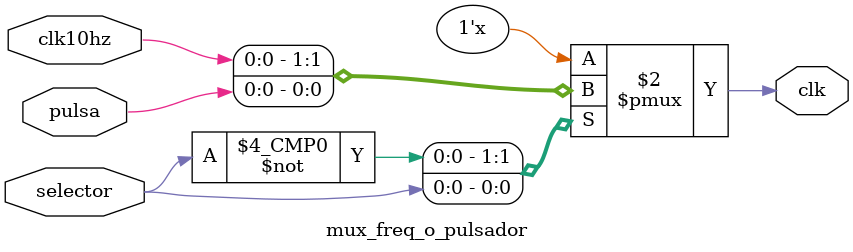
<source format=v>
`timescale 1ns / 1ps
module mux_freq_o_pulsador(
    input clk10hz,pulsa,selector,
    output reg clk
    );

	 	always @ (selector)
			case(selector)
			1'b 0: clk = clk10hz;
			1'b 1: clk = pulsa;
			endcase
			
endmodule

</source>
